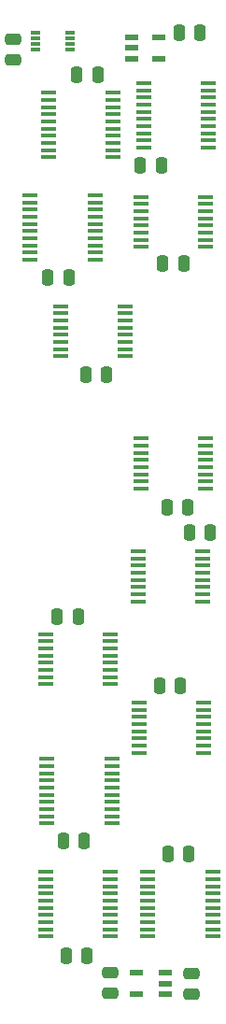
<source format=gtp>
%TF.GenerationSoftware,KiCad,Pcbnew,7.0.5*%
%TF.CreationDate,2024-02-16T17:17:24+02:00*%
%TF.ProjectId,Counter 24bit with IO,436f756e-7465-4722-9032-346269742077,rev?*%
%TF.SameCoordinates,PX54c81a0PY37b6b20*%
%TF.FileFunction,Paste,Top*%
%TF.FilePolarity,Positive*%
%FSLAX46Y46*%
G04 Gerber Fmt 4.6, Leading zero omitted, Abs format (unit mm)*
G04 Created by KiCad (PCBNEW 7.0.5) date 2024-02-16 17:17:24*
%MOMM*%
%LPD*%
G01*
G04 APERTURE LIST*
G04 Aperture macros list*
%AMRoundRect*
0 Rectangle with rounded corners*
0 $1 Rounding radius*
0 $2 $3 $4 $5 $6 $7 $8 $9 X,Y pos of 4 corners*
0 Add a 4 corners polygon primitive as box body*
4,1,4,$2,$3,$4,$5,$6,$7,$8,$9,$2,$3,0*
0 Add four circle primitives for the rounded corners*
1,1,$1+$1,$2,$3*
1,1,$1+$1,$4,$5*
1,1,$1+$1,$6,$7*
1,1,$1+$1,$8,$9*
0 Add four rect primitives between the rounded corners*
20,1,$1+$1,$2,$3,$4,$5,0*
20,1,$1+$1,$4,$5,$6,$7,0*
20,1,$1+$1,$6,$7,$8,$9,0*
20,1,$1+$1,$8,$9,$2,$3,0*%
G04 Aperture macros list end*
%ADD10R,1.250000X0.600000*%
%ADD11RoundRect,0.250000X-0.250000X-0.475000X0.250000X-0.475000X0.250000X0.475000X-0.250000X0.475000X0*%
%ADD12RoundRect,0.250000X0.250000X0.475000X-0.250000X0.475000X-0.250000X-0.475000X0.250000X-0.475000X0*%
%ADD13R,1.475000X0.450000*%
%ADD14RoundRect,0.250000X-0.475000X0.250000X-0.475000X-0.250000X0.475000X-0.250000X0.475000X0.250000X0*%
%ADD15R,1.450000X0.450000*%
%ADD16RoundRect,0.250000X0.475000X-0.250000X0.475000X0.250000X-0.475000X0.250000X-0.475000X-0.250000X0*%
%ADD17R,0.850000X0.300000*%
%ADD18R,1.150000X0.600000*%
G04 APERTURE END LIST*
D10*
%TO.C,IC15*%
X12974000Y3998000D03*
X12974000Y3048000D03*
X12974000Y2098000D03*
X15474000Y2098000D03*
X15474000Y3998000D03*
%TD*%
D11*
%TO.C,C13*%
X13798000Y-7620000D03*
X15698000Y-7620000D03*
%TD*%
D12*
%TO.C,C7*%
X9951000Y635000D03*
X8051000Y635000D03*
%TD*%
D13*
%TO.C,IC11*%
X19956000Y-5973000D03*
X19956000Y-5323000D03*
X19956000Y-4673000D03*
X19956000Y-4023000D03*
X19956000Y-3373000D03*
X19956000Y-2723000D03*
X19956000Y-2073000D03*
X19956000Y-1423000D03*
X19956000Y-773000D03*
X19956000Y-123000D03*
X14080000Y-123000D03*
X14080000Y-773000D03*
X14080000Y-1423000D03*
X14080000Y-2073000D03*
X14080000Y-2723000D03*
X14080000Y-3373000D03*
X14080000Y-4023000D03*
X14080000Y-4673000D03*
X14080000Y-5323000D03*
X14080000Y-5973000D03*
%TD*%
D11*
%TO.C,C5*%
X5416000Y-17780000D03*
X7316000Y-17780000D03*
%TD*%
D14*
%TO.C,C14*%
X2286000Y3855000D03*
X2286000Y1955000D03*
%TD*%
D15*
%TO.C,IC7*%
X13712000Y-56272000D03*
X13712000Y-56922000D03*
X13712000Y-57572000D03*
X13712000Y-58222000D03*
X13712000Y-58872000D03*
X13712000Y-59522000D03*
X13712000Y-60172000D03*
X13712000Y-60822000D03*
X19562000Y-60822000D03*
X19562000Y-60172000D03*
X19562000Y-59522000D03*
X19562000Y-58872000D03*
X19562000Y-58222000D03*
X19562000Y-57572000D03*
X19562000Y-56922000D03*
X19562000Y-56272000D03*
%TD*%
D16*
%TO.C,C4*%
X11104400Y-82630600D03*
X11104400Y-80730600D03*
%TD*%
D12*
%TO.C,C2*%
X8173000Y-48514000D03*
X6273000Y-48514000D03*
%TD*%
D15*
%TO.C,IC10*%
X19685000Y-36890000D03*
X19685000Y-36240000D03*
X19685000Y-35590000D03*
X19685000Y-34940000D03*
X19685000Y-34290000D03*
X19685000Y-33640000D03*
X19685000Y-32990000D03*
X19685000Y-32340000D03*
X13835000Y-32340000D03*
X13835000Y-32990000D03*
X13835000Y-33640000D03*
X13835000Y-34290000D03*
X13835000Y-34940000D03*
X13835000Y-35590000D03*
X13835000Y-36240000D03*
X13835000Y-36890000D03*
%TD*%
D13*
%TO.C,IC14*%
X11066000Y-77474000D03*
X11066000Y-76824000D03*
X11066000Y-76174000D03*
X11066000Y-75524000D03*
X11066000Y-74874000D03*
X11066000Y-74224000D03*
X11066000Y-73574000D03*
X11066000Y-72924000D03*
X11066000Y-72274000D03*
X11066000Y-71624000D03*
X5190000Y-71624000D03*
X5190000Y-72274000D03*
X5190000Y-72924000D03*
X5190000Y-73574000D03*
X5190000Y-74224000D03*
X5190000Y-74874000D03*
X5190000Y-75524000D03*
X5190000Y-76174000D03*
X5190000Y-76824000D03*
X5190000Y-77474000D03*
%TD*%
D11*
%TO.C,C9*%
X16211000Y-38608000D03*
X18111000Y-38608000D03*
%TD*%
D16*
%TO.C,C8*%
X18470400Y-82681400D03*
X18470400Y-80781400D03*
%TD*%
D11*
%TO.C,C16*%
X17303200Y4470400D03*
X19203200Y4470400D03*
%TD*%
D13*
%TO.C,IC2*%
X11193000Y-67217000D03*
X11193000Y-66567000D03*
X11193000Y-65917000D03*
X11193000Y-65267000D03*
X11193000Y-64617000D03*
X11193000Y-63967000D03*
X11193000Y-63317000D03*
X11193000Y-62667000D03*
X11193000Y-62017000D03*
X11193000Y-61367000D03*
X5317000Y-61367000D03*
X5317000Y-62017000D03*
X5317000Y-62667000D03*
X5317000Y-63317000D03*
X5317000Y-63967000D03*
X5317000Y-64617000D03*
X5317000Y-65267000D03*
X5317000Y-65917000D03*
X5317000Y-66567000D03*
X5317000Y-67217000D03*
%TD*%
D15*
%TO.C,IC13*%
X19689000Y-14975000D03*
X19689000Y-14325000D03*
X19689000Y-13675000D03*
X19689000Y-13025000D03*
X19689000Y-12375000D03*
X19689000Y-11725000D03*
X19689000Y-11075000D03*
X19689000Y-10425000D03*
X13839000Y-10425000D03*
X13839000Y-11075000D03*
X13839000Y-11725000D03*
X13839000Y-12375000D03*
X13839000Y-13025000D03*
X13839000Y-13675000D03*
X13839000Y-14325000D03*
X13839000Y-14975000D03*
%TD*%
D11*
%TO.C,C12*%
X8845000Y-26543000D03*
X10745000Y-26543000D03*
%TD*%
D15*
%TO.C,IC9*%
X13585000Y-42556000D03*
X13585000Y-43206000D03*
X13585000Y-43856000D03*
X13585000Y-44506000D03*
X13585000Y-45156000D03*
X13585000Y-45806000D03*
X13585000Y-46456000D03*
X13585000Y-47106000D03*
X19435000Y-47106000D03*
X19435000Y-46456000D03*
X19435000Y-45806000D03*
X19435000Y-45156000D03*
X19435000Y-44506000D03*
X19435000Y-43856000D03*
X19435000Y-43206000D03*
X19435000Y-42556000D03*
%TD*%
D11*
%TO.C,C11*%
X6813000Y-68834000D03*
X8713000Y-68834000D03*
%TD*%
%TO.C,C10*%
X7067000Y-79248000D03*
X8967000Y-79248000D03*
%TD*%
D12*
%TO.C,C15*%
X18206000Y-69977000D03*
X16306000Y-69977000D03*
%TD*%
D15*
%TO.C,IC6*%
X12450000Y-24881000D03*
X12450000Y-24231000D03*
X12450000Y-23581000D03*
X12450000Y-22931000D03*
X12450000Y-22281000D03*
X12450000Y-21631000D03*
X12450000Y-20981000D03*
X12450000Y-20331000D03*
X6600000Y-20331000D03*
X6600000Y-20981000D03*
X6600000Y-21631000D03*
X6600000Y-22281000D03*
X6600000Y-22931000D03*
X6600000Y-23581000D03*
X6600000Y-24231000D03*
X6600000Y-24881000D03*
%TD*%
D13*
%TO.C,IC12*%
X5444000Y-1012000D03*
X5444000Y-1662000D03*
X5444000Y-2312000D03*
X5444000Y-2962000D03*
X5444000Y-3612000D03*
X5444000Y-4262000D03*
X5444000Y-4912000D03*
X5444000Y-5562000D03*
X5444000Y-6212000D03*
X5444000Y-6862000D03*
X11320000Y-6862000D03*
X11320000Y-6212000D03*
X11320000Y-5562000D03*
X11320000Y-4912000D03*
X11320000Y-4262000D03*
X11320000Y-3612000D03*
X11320000Y-2962000D03*
X11320000Y-2312000D03*
X11320000Y-1662000D03*
X11320000Y-1012000D03*
%TD*%
%TO.C,IC1*%
X14461000Y-71624000D03*
X14461000Y-72274000D03*
X14461000Y-72924000D03*
X14461000Y-73574000D03*
X14461000Y-74224000D03*
X14461000Y-74874000D03*
X14461000Y-75524000D03*
X14461000Y-76174000D03*
X14461000Y-76824000D03*
X14461000Y-77474000D03*
X20337000Y-77474000D03*
X20337000Y-76824000D03*
X20337000Y-76174000D03*
X20337000Y-75524000D03*
X20337000Y-74874000D03*
X20337000Y-74224000D03*
X20337000Y-73574000D03*
X20337000Y-72924000D03*
X20337000Y-72274000D03*
X20337000Y-71624000D03*
%TD*%
D11*
%TO.C,C3*%
X18243000Y-40894000D03*
X20143000Y-40894000D03*
%TD*%
D17*
%TO.C,IC4*%
X4267000Y4433000D03*
X4267000Y3933000D03*
X4267000Y3433000D03*
X4267000Y2933000D03*
X7417000Y2933000D03*
X7417000Y3433000D03*
X7417000Y3933000D03*
X7417000Y4433000D03*
%TD*%
D13*
%TO.C,IC3*%
X9669000Y-16133000D03*
X9669000Y-15483000D03*
X9669000Y-14833000D03*
X9669000Y-14183000D03*
X9669000Y-13533000D03*
X9669000Y-12883000D03*
X9669000Y-12233000D03*
X9669000Y-11583000D03*
X9669000Y-10933000D03*
X9669000Y-10283000D03*
X3793000Y-10283000D03*
X3793000Y-10933000D03*
X3793000Y-11583000D03*
X3793000Y-12233000D03*
X3793000Y-12883000D03*
X3793000Y-13533000D03*
X3793000Y-14183000D03*
X3793000Y-14833000D03*
X3793000Y-15483000D03*
X3793000Y-16133000D03*
%TD*%
D15*
%TO.C,IC8*%
X5203000Y-50049000D03*
X5203000Y-50699000D03*
X5203000Y-51349000D03*
X5203000Y-51999000D03*
X5203000Y-52649000D03*
X5203000Y-53299000D03*
X5203000Y-53949000D03*
X5203000Y-54599000D03*
X11053000Y-54599000D03*
X11053000Y-53949000D03*
X11053000Y-53299000D03*
X11053000Y-52649000D03*
X11053000Y-51999000D03*
X11053000Y-51349000D03*
X11053000Y-50699000D03*
X11053000Y-50049000D03*
%TD*%
D18*
%TO.C,IC5*%
X16062000Y-82672000D03*
X16062000Y-81722000D03*
X16062000Y-80772000D03*
X13462000Y-80772000D03*
X13462000Y-82672000D03*
%TD*%
D11*
%TO.C,C6*%
X15830000Y-16510000D03*
X17730000Y-16510000D03*
%TD*%
D12*
%TO.C,C1*%
X17444000Y-54737000D03*
X15544000Y-54737000D03*
%TD*%
M02*

</source>
